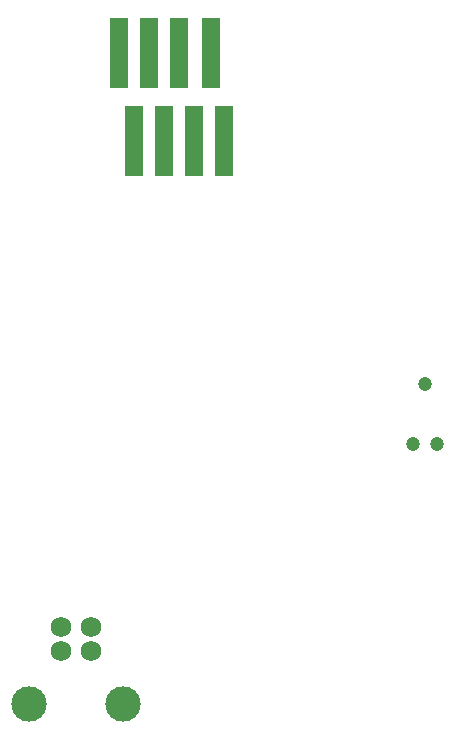
<source format=gbr>
%TF.GenerationSoftware,KiCad,Pcbnew,(6.0.10)*%
%TF.CreationDate,2023-02-03T08:49:19+00:00*%
%TF.ProjectId,Radar,52616461-722e-46b6-9963-61645f706362,rev?*%
%TF.SameCoordinates,Original*%
%TF.FileFunction,Soldermask,Bot*%
%TF.FilePolarity,Negative*%
%FSLAX46Y46*%
G04 Gerber Fmt 4.6, Leading zero omitted, Abs format (unit mm)*
G04 Created by KiCad (PCBNEW (6.0.10)) date 2023-02-03 08:49:19*
%MOMM*%
%LPD*%
G01*
G04 APERTURE LIST*
%ADD10C,1.750000*%
%ADD11C,3.000000*%
%ADD12C,1.200000*%
%ADD13R,1.500000X6.000000*%
G04 APERTURE END LIST*
D10*
%TO.C,J2*%
X135190000Y-115065000D03*
X132690000Y-115065000D03*
X132690000Y-117065000D03*
X135190000Y-117065000D03*
D11*
X137940000Y-121555000D03*
X129940000Y-121555000D03*
%TD*%
D12*
%TO.C,J1*%
X164516000Y-99585000D03*
X162484000Y-99585000D03*
X163500000Y-94505000D03*
%TD*%
D13*
%TO.C,J3*%
X146525000Y-73930000D03*
X145355000Y-66430000D03*
X143985000Y-73930000D03*
X142715000Y-66430000D03*
X141445000Y-73930000D03*
X140175000Y-66430000D03*
X138905000Y-73930000D03*
X137635000Y-66430000D03*
%TD*%
M02*

</source>
